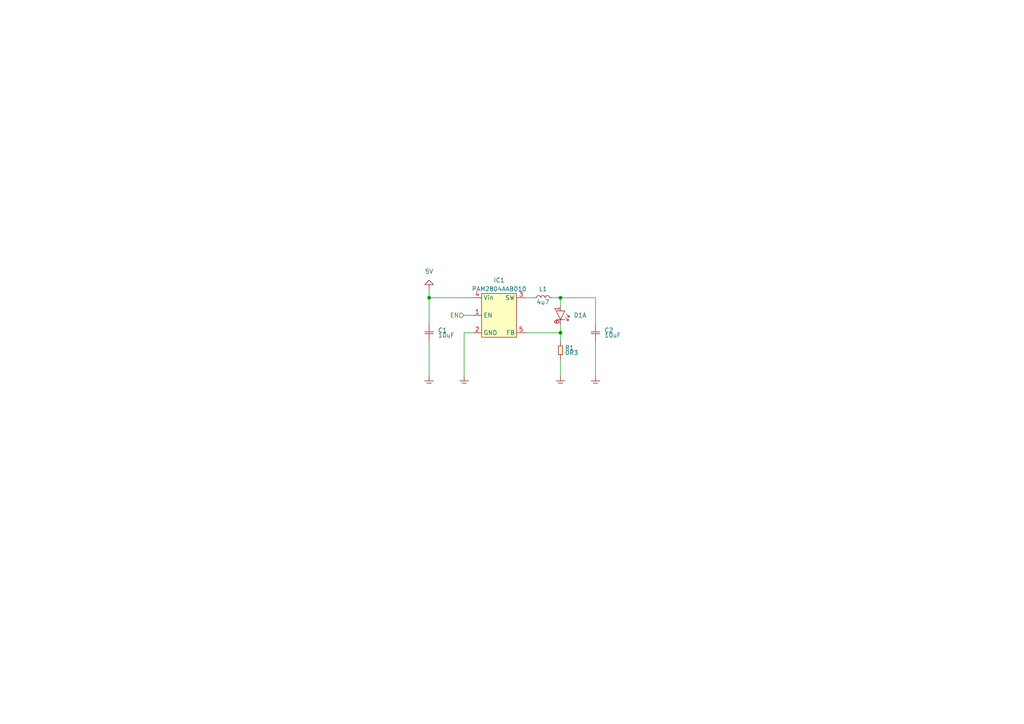
<source format=kicad_sch>
(kicad_sch (version 20230121) (generator eeschema)
  (paper "A4")
  (lib_symbols
    (symbol "LED:PAM2804AAB010"
      (property "Reference" "IC" (at 0 10.16 0))
      (property "Value" "PAM2804AAB010" (at 0 7.62 0))
      (symbol "PAM2804AAB010_0_1"
        (rectangle (start -5.08 6.35) (end 5.08 -6.35) (fill (type background)))
      )
      (symbol "PAM2804AAB010_1_1"
        (pin input line (at -7.62 0 0) (length 2.54) (name "EN") (number "1"))
        (pin power_out line (at -7.62 -5.08 0) (length 2.54) (name "GND") (number "2"))
        (pin power_out line (at 7.62 5.08 180) (length 2.54) (name "SW") (number "3"))
        (pin power_in line (at -7.62 5.08 0) (length 2.54) (name "Vin") (number "4"))
        (pin input line (at 7.62 -5.08 180) (length 2.54) (name "FB") (number "5"))
      )
    )
    (symbol "LED:QLSP06RGBXWAJ" (pin_names (offset 0) hide)
      (property "Reference" "D" (at 0 3.81 0))
      (symbol "QLSP06RGBXWAJ_0_1"
        (polyline (pts (xy 1.27 1.27) (xy 1.27 -1.27)))
        (polyline (pts (xy 1.524 1.778) (xy 1.524 2.286)))
        (polyline (pts (xy 0.762 1.524) (xy 1.524 2.286) (xy 1.016 2.286)))
        (polyline (pts (xy -1.27 1.27) (xy -1.27 -1.27) (xy 1.27 0) (xy -1.27 1.27)))
      )
      (symbol "QLSP06RGBXWAJ_1_1"
        (polyline (pts (xy 0.508 2.032) (xy 0.508 2.54)))
        (polyline (pts (xy -0.254 1.778) (xy 0.508 2.54) (xy 0 2.54)))
        (pin input line (at -2.54 0 0) (length 1.27) (name "A") (number "1"))
        (pin output line (at 2.54 0 180) (length 1.27) (name "K") (number "8"))
      )
      (symbol "QLSP06RGBXWAJ_2_1"
        (polyline (pts (xy 0.508 2.032) (xy 0.508 2.54)))
        (polyline (pts (xy -0.254 1.778) (xy 0.508 2.54) (xy 0 2.54)))
        (pin input line (at -2.54 0 0) (length 1.27) (name "A") (number "2"))
        (pin output line (at 2.54 0 180) (length 1.27) (name "K") (number "7"))
      )
      (symbol "QLSP06RGBXWAJ_3_1"
        (polyline (pts (xy 0.508 2.032) (xy 0.508 2.54)))
        (polyline (pts (xy -0.254 1.778) (xy 0.508 2.54) (xy 0 2.54)))
        (pin input line (at -2.54 0 0) (length 1.27) (name "A") (number "3"))
        (pin output line (at 2.54 0 180) (length 1.27) (name "K") (number "6"))
      )
      (symbol "QLSP06RGBXWAJ_4_1"
        (polyline (pts (xy 0.508 2.032) (xy 0.508 2.54)))
        (polyline (pts (xy -0.254 1.778) (xy 0.508 2.54) (xy 0 2.54)))
        (pin input line (at -2.54 0 0) (length 1.27) (name "A") (number "4"))
        (pin output line (at 2.54 0 180) (length 1.27) (name "K") (number "5"))
      )
    )
    (symbol "generic:5V" (power) (pin_numbers hide) (pin_names (offset 0) hide)
      (property "Value" "5V" (at 0 3.81 0))
      (symbol "5V_0_1"
        (polyline (pts (xy 0 0) (xy 0 1.27) (xy -1.27 1.27) (xy 0 2.54) (xy 1.27 1.27) (xy 0 1.27)))
      )
      (symbol "5V_1_1"
        (pin power_in line (at 0 0 90) (length 2.54) hide (name "5V") (number "~"))
      )
    )
    (symbol "generic:C" (pin_numbers hide) (pin_names (offset 0) hide)
      (property "Reference" "C" (at 2.54 0 0))
      (property "Value" "C" (at 2.54 -2.54 0))
      (symbol "C_0_1"
        (polyline (pts (xy -1.27 -0.254) (xy 1.27 -0.254)))
        (polyline (pts (xy 1.27 0.254) (xy -1.27 0.254)))
      )
      (symbol "C_1_1"
        (pin bidirectional line (at 0 2.54 270) (length 2.3114) (name "~") (number "1"))
        (pin bidirectional line (at 0 -2.54 90) (length 2.3114) (name "~") (number "2"))
      )
    )
    (symbol "generic:GND" (power) (pin_numbers hide) (pin_names (offset 0) hide)
      (symbol "GND_0_1"
        (polyline (pts (xy -1.27 -1.27) (xy 1.27 -1.27)))
        (polyline (pts (xy 0 -2.54) (xy 0 -2.54)))
        (polyline (pts (xy 0 -1.27) (xy 0 0)))
        (polyline (pts (xy 0.635 -1.905) (xy -0.635 -1.905)))
      )
      (symbol "GND_1_1"
        (pin power_in line (at 0 0 270) (length 2.54) hide (name "GND") (number "~"))
      )
    )
    (symbol "generic:L" (pin_numbers hide) (pin_names (offset 0) hide)
      (property "Reference" "L" (at 0 1.905 0))
      (property "Value" "L" (at 0 -1.27 0))
      (symbol "L_0_1"
        (arc (start -0.635 0) (mid -1.27 0.6323) (end -1.905 0))
        (arc (start 0.635 0) (mid 0 0.6323) (end -0.635 0))
        (arc (start 1.905 0) (mid 1.27 0.6323) (end 0.635 0))
      )
      (symbol "L_1_1"
        (pin bidirectional line (at -2.54 0 0) (length 0.635) (name "~") (number "1"))
        (pin bidirectional line (at 2.54 0 180) (length 0.635) (name "~") (number "2"))
      )
    )
    (symbol "generic:R" (pin_numbers hide) (pin_names (offset 0) hide)
      (property "Reference" "R" (at 0 1.905 0))
      (property "Value" "R" (at 0 -2.54 0))
      (symbol "R_0_1"
        (rectangle (start -1.27 0.635) (end 1.27 -0.635) (fill (type background)))
      )
      (symbol "R_1_1"
        (pin bidirectional line (at -2.54 0 0) (length 1.27) (name "~") (number "1"))
        (pin bidirectional line (at 2.54 0 180) (length 1.27) (name "~") (number "2"))
      )
    )
  )
  (junction (at 162.56 86.36))
  (junction (at 124.46 86.36))
  (junction (at 162.56 96.52))
  (wire (pts (xy 152.4 96.52) (xy 162.56 96.52)))
  (wire (pts (xy 160.02 86.36) (xy 162.56 86.36)))
  (wire (pts (xy 162.56 104.14) (xy 162.56 109.22)))
  (wire (pts (xy 162.56 93.98) (xy 162.56 96.52)))
  (wire (pts (xy 172.72 99.06) (xy 172.72 109.22)))
  (wire (pts (xy 162.56 88.9) (xy 162.56 86.36)))
  (wire (pts (xy 134.62 91.44) (xy 137.16 91.44)))
  (wire (pts (xy 152.4 86.36) (xy 154.94 86.36)))
  (wire (pts (xy 137.16 96.52) (xy 134.62 96.52)))
  (wire (pts (xy 162.56 86.36) (xy 172.72 86.36)))
  (wire (pts (xy 124.46 86.36) (xy 124.46 93.98)))
  (wire (pts (xy 124.46 83.82) (xy 124.46 86.36)))
  (wire (pts (xy 134.62 96.52) (xy 134.62 109.22)))
  (wire (pts (xy 124.46 86.36) (xy 137.16 86.36)))
  (wire (pts (xy 162.56 96.52) (xy 162.56 99.06)))
  (wire (pts (xy 172.72 86.36) (xy 172.72 93.98)))
  (wire (pts (xy 124.46 99.06) (xy 124.46 109.22)))
  (hierarchical_label "EN" (shape input) (at 134.62 91.44 180))
  (symbol (lib_id "generic:R") (at 162.56 101.6 90) (unit 1)
    (property "Reference" "R1" (at 163.83 101.6 90) (effects (justify right top)))
    (property "Value" "0R3" (at 163.83 101.6 90) (effects (justify right bottom)))
    (property "Footprint" "SMT:0603" (effects hide))
    (property "Digi-Key" "273-KDV06FR300ETCT-ND" (effects hide))
    (instances (project "hikari" (path "" (reference "R1") (unit 1)) (path "" (reference "R2") (unit 1)) (path "" (reference "R3") (unit 1)) (path "" (reference "R4") (unit 1))))
  )
  (symbol (lib_id "LED:PAM2804AAB010") (at 144.78 91.44 0) (unit 1)
    (property "Reference" "IC1" (at 144.78 81.28 0))
    (property "Value" "PAM2804AAB010" (at 144.78 83.82 0))
    (property "Footprint" "SOT:SOT-23-5" (effects hide))
    (property "Datasheet" "https://www.diodes.com/assets/Datasheets/PAM2804.pdf" (effects hide))
    (property "Manufacturer" "Diodes Incorporated" (effects hide))
    (property "MPN" "PAM2804AAB010" (effects hide))
    (property "Digi-Key" "PAM2804AAB010DICT-ND" (effects hide))
    (instances (project "hikari" (path "" (reference "IC1") (unit 1)) (path "" (reference "IC2") (unit 1)) (path "" (reference "IC3") (unit 1)) (path "" (reference "IC4") (unit 1))))
  )
  (symbol (lib_id "generic:C") (at 124.46 96.52 0) (unit 1)
    (property "Reference" "C1" (at 127 96.52 0) (effects (justify left bottom)))
    (property "Value" "10uF" (at 127 96.52 0) (effects (justify left top)))
    (property "Footprint" "SMT:0603" (effects hide))
    (property "Digi-Key" "1276-1119-1-ND" (effects hide))
    (instances (project "hikari" (path "" (reference "C1") (unit 1)) (path "" (reference "C3") (unit 1)) (path "" (reference "C5") (unit 1)) (path "" (reference "C7") (unit 1))))
  )
  (symbol (lib_id "generic:GND") (at 172.72 109.22 0) (unit 1)
    (property "Reference" "#GND0103" (effects hide))
    (property "Value" "GND" (effects hide))
    (instances (project "hikari" (path "" (reference "#GND0103") (unit 1)) (path "" (reference "#GND0107") (unit 1)) (path "" (reference "#GND0111") (unit 1)) (path "" (reference "#GND0115") (unit 1))))
  )
  (symbol (lib_id "generic:GND") (at 134.62 109.22 0) (unit 1)
    (property "Reference" "#GND0105" (effects hide))
    (property "Value" "GND" (effects hide))
    (instances (project "hikari" (path "" (reference "#GND0105") (unit 1)) (path "" (reference "#GND0109") (unit 1)) (path "" (reference "#GND0113") (unit 1)) (path "" (reference "#GND0117") (unit 1))))
  )
  (symbol (lib_id "generic:L") (at 157.48 86.36 0) (unit 1)
    (property "Reference" "L1" (at 157.48 83.82 0))
    (property "Value" "4u7" (at 157.48 87.63 0))
    (property "Footprint" "inductor:CDRH2D11" (effects hide))
    (property "Digi-Key" "308-1590-1-ND" (effects hide))
    (instances (project "hikari" (path "" (reference "L1") (unit 1)) (path "" (reference "L2") (unit 1)) (path "" (reference "L3") (unit 1)) (path "" (reference "L4") (unit 1))))
  )
  (symbol (lib_id "LED:QLSP06RGBXWAJ") (at 162.56 91.44 270) (unit 1)
    (property "Reference" "D1" (at 166.37 91.44 90) (effects (justify left)))
    (property "Value" "QLSP06RGBXWAJ" (effects hide))
    (property "Footprint" "SMT:3030_8" (effects hide))
    (property "Datasheet" "https://media.digikey.com/pdf/Data%20Sheets/Quelighting%20PDFs/QLSP06RGBXWAJ.pdf" (effects hide))
    (property "MPN" "QLSP06RGBXWAJ" (effects hide))
    (property "Digi-Key" "3970-QLSP06RGBXWAJCT-ND" (effects hide))
    (instances (project "hikari" (path "" (reference "D1") (unit 1)) (path "" (reference "D1") (unit 2)) (path "" (reference "D1") (unit 3)) (path "" (reference "D1") (unit 4))))
  )
  (symbol (lib_id "generic:GND") (at 162.56 109.22 0) (unit 1)
    (property "Reference" "#GND0102" (effects hide))
    (property "Value" "GND" (effects hide))
    (instances (project "hikari" (path "" (reference "#GND0102") (unit 1)) (path "" (reference "#GND0106") (unit 1)) (path "" (reference "#GND0110") (unit 1)) (path "" (reference "#GND0114") (unit 1))))
  )
  (symbol (lib_id "generic:5V") (at 124.46 83.82 0) (unit 1)
    (property "Reference" "#5V0102" (effects hide))
    (property "Value" "5V" (at 124.46 78.74 0))
    (instances (project "hikari" (path "" (reference "#5V0102") (unit 1)) (path "" (reference "#5V01") (unit 1)) (path "" (reference "#5V02") (unit 1)) (path "" (reference "#5V03") (unit 1))))
  )
  (symbol (lib_id "generic:GND") (at 124.46 109.22 0) (unit 1)
    (property "Reference" "#GND0104" (effects hide))
    (property "Value" "GND" (effects hide))
    (instances (project "hikari" (path "" (reference "#GND0104") (unit 1)) (path "" (reference "#GND0108") (unit 1)) (path "" (reference "#GND0112") (unit 1)) (path "" (reference "#GND0116") (unit 1))))
  )
  (symbol (lib_id "generic:C") (at 172.72 96.52 0) (unit 1)
    (property "Reference" "C2" (at 175.26 96.52 0) (effects (justify left bottom)))
    (property "Value" "10uF" (at 175.26 96.52 0) (effects (justify left top)))
    (property "Footprint" "SMT:0603" (effects hide))
    (property "Digi-Key" "1276-1119-1-ND" (effects hide))
    (instances (project "hikari" (path "" (reference "C2") (unit 1)) (path "" (reference "C4") (unit 1)) (path "" (reference "C6") (unit 1)) (path "" (reference "C8") (unit 1))))
  )
)
</source>
